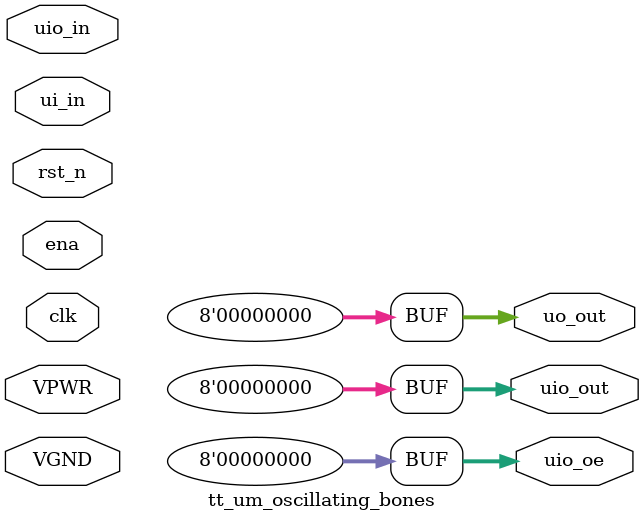
<source format=v>
module tt_um_oscillating_bones(	// file.cleaned.mlir:2:3
  input        VGND,	// file.cleaned.mlir:2:41
               VPWR,	// file.cleaned.mlir:2:56
  input  [7:0] ui_in,	// file.cleaned.mlir:2:71
               uio_in,	// file.cleaned.mlir:2:87
  input        ena,	// file.cleaned.mlir:2:104
               clk,	// file.cleaned.mlir:2:118
               rst_n,	// file.cleaned.mlir:2:132
  output [7:0] uo_out,	// file.cleaned.mlir:2:149
               uio_out,	// file.cleaned.mlir:2:166
               uio_oe	// file.cleaned.mlir:2:184
);

  assign uo_out = 8'h0;	// file.cleaned.mlir:3:14, :4:5
  assign uio_out = 8'h0;	// file.cleaned.mlir:3:14, :4:5
  assign uio_oe = 8'h0;	// file.cleaned.mlir:3:14, :4:5
endmodule


</source>
